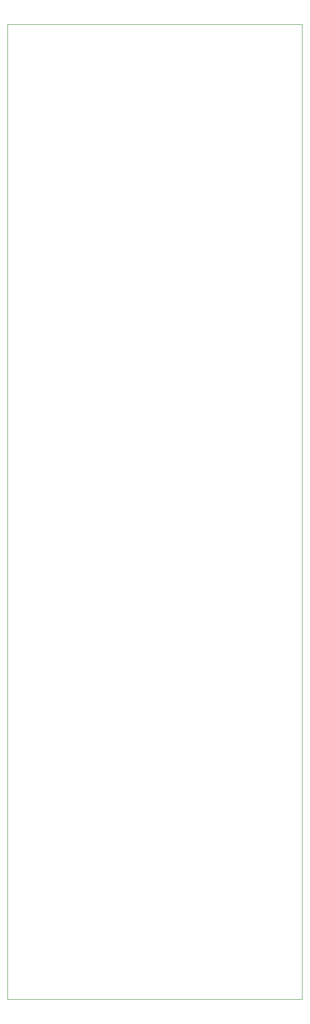
<source format=gbr>
%TF.GenerationSoftware,KiCad,Pcbnew,8.0.0*%
%TF.CreationDate,2024-03-14T18:24:49+00:00*%
%TF.ProjectId,ToastedBreadBoard128,546f6173-7465-4644-9272-656164426f61,rev?*%
%TF.SameCoordinates,Original*%
%TF.FileFunction,Profile,NP*%
%FSLAX46Y46*%
G04 Gerber Fmt 4.6, Leading zero omitted, Abs format (unit mm)*
G04 Created by KiCad (PCBNEW 8.0.0) date 2024-03-14 18:24:49*
%MOMM*%
%LPD*%
G01*
G04 APERTURE LIST*
%TA.AperFunction,Profile*%
%ADD10C,0.100000*%
%TD*%
G04 APERTURE END LIST*
D10*
X101600000Y-21590000D02*
X154940000Y-21590000D01*
X154940000Y-198120000D01*
X101600000Y-198120000D01*
X101600000Y-21590000D01*
M02*

</source>
